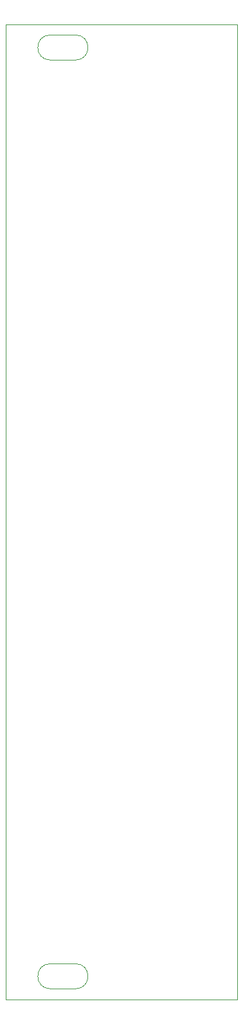
<source format=gbr>
%TF.GenerationSoftware,KiCad,Pcbnew,(5.1.6-0)*%
%TF.CreationDate,2022-12-22T20:14:18-05:00*%
%TF.ProjectId,Test Panel,54657374-2050-4616-9e65-6c2e6b696361,rev?*%
%TF.SameCoordinates,Original*%
%TF.FileFunction,Profile,NP*%
%FSLAX46Y46*%
G04 Gerber Fmt 4.6, Leading zero omitted, Abs format (unit mm)*
G04 Created by KiCad (PCBNEW (5.1.6-0)) date 2022-12-22 20:14:18*
%MOMM*%
%LPD*%
G01*
G04 APERTURE LIST*
%TA.AperFunction,Profile*%
%ADD10C,0.050000*%
%TD*%
G04 APERTURE END LIST*
D10*
X58420000Y-32258000D02*
X58420000Y-160528000D01*
X58420000Y-43942000D02*
X58420000Y-44196000D01*
X67564000Y-33650123D02*
G75*
G02*
X67564000Y-36961877I0J-1655877D01*
G01*
X64262000Y-36957000D02*
G75*
G02*
X64262000Y-33655000I0J1651000D01*
G01*
X67564000Y-155824123D02*
G75*
G02*
X67564000Y-159135877I0J-1655877D01*
G01*
X64262000Y-159131000D02*
G75*
G02*
X64262000Y-155829000I0J1651000D01*
G01*
X64262000Y-155829000D02*
X67564000Y-155824123D01*
X64262000Y-159131000D02*
X67564000Y-159135877D01*
X64262000Y-36957000D02*
X67564000Y-36961877D01*
X64262000Y-33655000D02*
X67564000Y-33650123D01*
X88900000Y-160528000D02*
X58420000Y-160528000D01*
X88900000Y-146558000D02*
X88900000Y-160528000D01*
X88900000Y-32258000D02*
X58420000Y-32258000D01*
X88900000Y-46228000D02*
X88900000Y-32258000D01*
X88900000Y-146558000D02*
X88900000Y-46228000D01*
M02*

</source>
